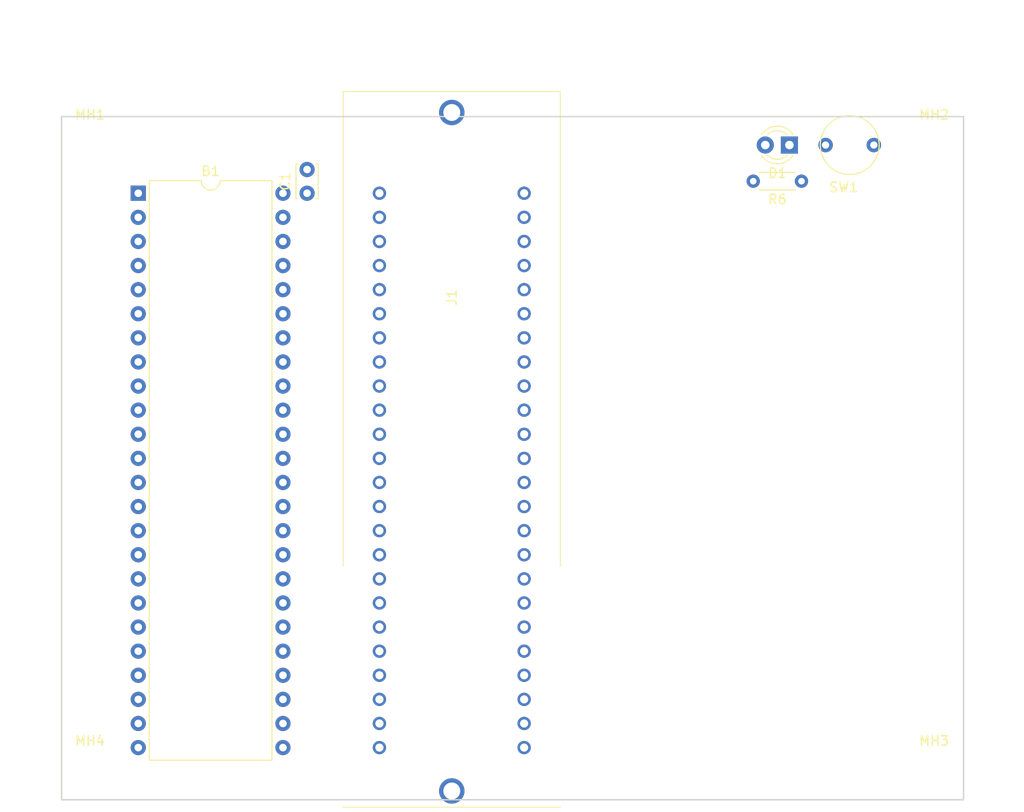
<source format=kicad_pcb>
(kicad_pcb (version 20211014) (generator pcbnew)
  (layers (0 "F.Cu" signal) (31 "B.Cu" signal) (34 "B.Paste" user) (35 "F.Paste" user) (36 "B.SilkS" user "B.Silkscreen") (37 "F.SilkS" user "F.Silkscreen") (38 "B.Mask" user) (39 "F.Mask" user) (44 "Edge.Cuts" user))
  (net 0 "")
  (net 1 "VCC")
  (net 2 "+3V3")
  (net 3 "GND")
  (net 4 "Net-(D1-Pad1)")
  (net 5 "/P56")
  (net 6 "/P55")
  (net 7 "/P51")
  (net 8 "/P57")
  (net 9 "/P53")
  (net 10 "/P52")
  (net 11 "/P15")
  (net 12 "/P35")
  (net 13 "/P41")
  (net 14 "/P40")
  (net 15 "/P36")
  (net 16 "/P20")
  (net 17 "/P17")
  (net 18 "/P16")
  (net 19 "/P21")
  (net 20 "/P37")
  (net 21 "/P30")
  (net 22 "/P31")
  (net 23 "/P32")
  (net 24 "/P33")
  (net 25 "/P34")
  (net 26 "/P42")
  (net 27 "/P43")
  (net 28 "/P44")
  (net 29 "/P45")
  (net 30 "/P46")
  (net 31 "/P47")
  (net 32 "/P54")
  (net 33 "/P10")
  (net 34 "/P11")
  (net 35 "/P12")
  (net 36 "/P13")
  (net 37 "/P14")
  (net 38 "/P22")
  (net 39 "/P23")
  (net 40 "/P24")
  (net 41 "/P25")
  (net 42 "/P26")
  (net 43 "/P27")
  (net 44 "/P50")
  (net 45 "Net-(J1-Pad39)")
  (net 46 "Net-(J1-Pad10)")
  (net 47 "Net-(J1-Pad30)")
  (net 48 "Net-(J1-Pad19)")
  (footprint "MountingHole:MountingHole_2.2mm_M2" (layer "F.Cu") (at 189.9 70)
    (fp_text reference "MH2" (at 0 -3.2) (layer "F.SilkS"))
    (fp_text value "MountingHole_2.2mm_M2")
    (pad "" np_thru_hole circle locked (at 0 0) (size 2.2 2.2) (drill 2.2) (layers *.Cu *.Mask))
  )
  (footprint "MountingHole:MountingHole_2.2mm_M2" (layer "F.Cu") (at 189.9 136)
    (fp_text reference "MH3" (at 0 -3.2) (layer "F.SilkS"))
    (fp_text value "MountingHole_2.2mm_M2")
    (pad "" np_thru_hole circle locked (at 0 0) (size 2.2 2.2) (drill 2.2) (layers *.Cu *.Mask))
  )
  (footprint "MountingHole:MountingHole_2.2mm_M2" (layer "F.Cu") (at 101 136)
    (fp_text reference "MH4" (at 0 -3.2) (layer "F.SilkS"))
    (fp_text value "MountingHole_2.2mm_M2")
    (pad "" np_thru_hole circle locked (at 0 0) (size 2.2 2.2) (drill 2.2) (layers *.Cu *.Mask))
  )
  (footprint "MountingHole:MountingHole_2.2mm_M2" (layer "F.Cu") (at 101 70)
    (fp_text reference "MH1" (at 0 -3.2) (layer "F.SilkS"))
    (fp_text value "MountingHole_2.2mm_M2")
    (pad "" np_thru_hole circle locked (at 0 0) (size 2.2 2.2) (drill 2.2) (layers *.Cu *.Mask))
  )
  (footprint "Capacitor_THT:C_Disc_D3.4mm_W2.1mm_P2.50mm" (layer "F.Cu") (at 123.86 75.08 90)
    (fp_text reference "C1" (at 1.25 -2.3 90) (layer "F.SilkS"))
    (fp_text value "0.1u")
    (fp_line (start -0.57 -1.17) (end -0.57 -0.925) (layer "F.SilkS") (width 0.12))
    (fp_line (start -0.57 1.17) (end 3.07 1.17) (layer "F.SilkS") (width 0.12))
    (fp_line (start 3.07 -1.17) (end 3.07 -0.925) (layer "F.SilkS") (width 0.12))
    (fp_line (start -0.57 0.925) (end -0.57 1.17) (layer "F.SilkS") (width 0.12))
    (fp_line (start -0.57 -1.17) (end 3.07 -1.17) (layer "F.SilkS") (width 0.12))
    (fp_line (start 3.07 0.925) (end 3.07 1.17) (layer "F.SilkS") (width 0.12))
    (pad "1" thru_hole circle locked (at 0 0 90) (size 1.6 1.6) (drill 0.8) (layers *.Cu *.Mask) (net 1 "VCC"))
    (pad "2" thru_hole circle locked (at 2.5 0 90) (size 1.6 1.6) (drill 0.8) (layers *.Cu *.Mask) (net 3 "GND"))
  )
  (footprint "Resistor_THT:R_Axial_DIN0204_L3.6mm_D1.6mm_P5.08mm_Horizontal" (layer "F.Cu") (at 175.93 73.81 180)
    (fp_text reference "R6" (at 2.54 -1.92) (layer "F.SilkS"))
    (fp_text value "560")
    (fp_line (start 0.62 -0.92) (end 4.46 -0.92) (layer "F.SilkS") (width 0.12))
    (fp_line (start 0.62 0.92) (end 4.46 0.92) (layer "F.SilkS") (width 0.12))
    (pad "1" thru_hole circle locked (at 0 0 180) (size 1.4 1.4) (drill 0.7) (layers *.Cu *.Mask) (net 4 "Net-(D1-Pad1)"))
    (pad "2" thru_hole oval locked (at 5.08 0 180) (size 1.4 1.4) (drill 0.7) (layers *.Cu *.Mask) (net 8 "/P57"))
  )
  (footprint "Package_DIP:DIP-48_W15.24mm" (layer "F.Cu") (at 106.08 75.08)
    (fp_text reference "B1" (at 7.62 -2.33) (layer "F.SilkS"))
    (fp_text value "Teensy3.5")
    (fp_line (start 6.62 -1.33) (end 1.16 -1.33) (layer "F.SilkS") (width 0.12))
    (fp_line (start 14.08 59.75) (end 14.08 -1.33) (layer "F.SilkS") (width 0.12))
    (fp_line (start 1.16 59.75) (end 14.08 59.75) (layer "F.SilkS") (width 0.12))
    (fp_line (start 1.16 -1.33) (end 1.16 59.75) (layer "F.SilkS") (width 0.12))
    (fp_line (start 14.08 -1.33) (end 8.62 -1.33) (layer "F.SilkS") (width 0.12))
    (fp_arc (start 8.62 -1.33) (mid 7.62 -0.33) (end 6.62 -1.33) (layer "F.SilkS") (width 0.12))
    (pad "1" thru_hole rect locked (at 0 0) (size 1.6 1.6) (drill 0.8) (layers *.Cu *.Mask) (net 3 "GND"))
    (pad "2" thru_hole oval locked (at 0 2.54) (size 1.6 1.6) (drill 0.8) (layers *.Cu *.Mask) (net 28 "/P44"))
    (pad "3" thru_hole oval locked (at 0 5.08) (size 1.6 1.6) (drill 0.8) (layers *.Cu *.Mask) (net 29 "/P45"))
    (pad "4" thru_hole oval locked (at 0 7.62) (size 1.6 1.6) (drill 0.8) (layers *.Cu *.Mask) (net 33 "/P10"))
    (pad "5" thru_hole oval locked (at 0 10.16) (size 1.6 1.6) (drill 0.8) (layers *.Cu *.Mask) (net 25 "/P34"))
    (pad "6" thru_hole oval locked (at 0 12.7) (size 1.6 1.6) (drill 0.8) (layers *.Cu *.Mask) (net 12 "/P35"))
    (pad "7" thru_hole oval locked (at 0 15.24) (size 1.6 1.6) (drill 0.8) (layers *.Cu *.Mask) (net 17 "/P17"))
    (pad "8" thru_hole oval locked (at 0 17.78) (size 1.6 1.6) (drill 0.8) (layers *.Cu *.Mask) (net 37 "/P14"))
    (pad "9" thru_hole oval locked (at 0 20.32) (size 1.6 1.6) (drill 0.8) (layers *.Cu *.Mask) (net 35 "/P12"))
    (pad "10" thru_hole oval locked (at 0 22.86) (size 1.6 1.6) (drill 0.8) (layers *.Cu *.Mask) (net 36 "/P13"))
    (pad "11" thru_hole oval locked (at 0 25.4) (size 1.6 1.6) (drill 0.8) (layers *.Cu *.Mask) (net 39 "/P23"))
    (pad "12" thru_hole oval locked (at 0 27.94) (size 1.6 1.6) (drill 0.8) (layers *.Cu *.Mask) (net 40 "/P24"))
    (pad "13" thru_hole oval locked (at 0 30.48) (size 1.6 1.6) (drill 0.8) (layers *.Cu *.Mask) (net 42 "/P26"))
    (pad "14" thru_hole oval locked (at 0 33.02) (size 1.6 1.6) (drill 0.8) (layers *.Cu *.Mask) (net 43 "/P27"))
    (pad "15" thru_hole oval locked (at 0 35.56) (size 1.6 1.6) (drill 0.8) (layers *.Cu *.Mask) (net 2 "+3V3"))
    (pad "16" thru_hole oval locked (at 0 38.1) (size 1.6 1.6) (drill 0.8) (layers *.Cu *.Mask) (net 10 "/P52"))
    (pad "17" thru_hole oval locked (at 0 40.64) (size 1.6 1.6) (drill 0.8) (layers *.Cu *.Mask) (net 9 "/P53"))
    (pad "18" thru_hole oval locked (at 0 43.18) (size 1.6 1.6) (drill 0.8) (layers *.Cu *.Mask) (net 15 "/P36"))
    (pad "19" thru_hole oval locked (at 0 45.72) (size 1.6 1.6) (drill 0.8) (layers *.Cu *.Mask) (net 20 "/P37"))
    (pad "20" thru_hole oval locked (at 0 48.26) (size 1.6 1.6) (drill 0.8) (layers *.Cu *.Mask) (net 32 "/P54"))
    (pad "21" thru_hole oval locked (at 0 50.8) (size 1.6 1.6) (drill 0.8) (layers *.Cu *.Mask) (net 30 "/P46"))
    (pad "22" thru_hole oval locked (at 0 53.34) (size 1.6 1.6) (drill 0.8) (layers *.Cu *.Mask) (net 31 "/P47"))
    (pad "23" thru_hole oval locked (at 0 55.88) (size 1.6 1.6) (drill 0.8) (layers *.Cu *.Mask) (net 5 "/P56"))
    (pad "24" thru_hole oval locked (at 0 58.42) (size 1.6 1.6) (drill 0.8) (layers *.Cu *.Mask) (net 8 "/P57"))
    (pad "25" thru_hole oval locked (at 15.24 58.42) (size 1.6 1.6) (drill 0.8) (layers *.Cu *.Mask) (net 44 "/P50"))
    (pad "26" thru_hole oval locked (at 15.24 55.88) (size 1.6 1.6) (drill 0.8) (layers *.Cu *.Mask) (net 7 "/P51"))
    (pad "27" thru_hole oval locked (at 15.24 53.34) (size 1.6 1.6) (drill 0.8) (layers *.Cu *.Mask) (net 21 "/P30"))
    (pad "28" thru_hole oval locked (at 15.24 50.8) (size 1.6 1.6) (drill 0.8) (layers *.Cu *.Mask) (net 22 "/P31"))
    (pad "29" thru_hole oval locked (at 15.24 48.26) (size 1.6 1.6) (drill 0.8) (layers *.Cu *.Mask) (net 23 "/P32"))
    (pad "30" thru_hole oval locked (at 15.24 45.72) (size 1.6 1.6) (drill 0.8) (layers *.Cu *.Mask) (net 24 "/P33"))
    (pad "31" thru_hole oval locked (at 15.24 43.18) (size 1.6 1.6) (drill 0.8) (layers *.Cu *.Mask) (net 6 "/P55"))
    (pad "32" thru_hole oval locked (at 15.24 40.64) (size 1.6 1.6) (drill 0.8) (layers *.Cu *.Mask) (net 3 "GND"))
    (pad "33" thru_hole oval locked (at 15.24 38.1) (size 1.6 1.6) (drill 0.8) (layers *.Cu *.Mask))
    (pad "34" thru_hole oval locked (at 15.24 35.56) (size 1.6 1.6) (drill 0.8) (layers *.Cu *.Mask) (net 3 "GND"))
    (pad "35" thru_hole oval locked (at 15.24 33.02) (size 1.6 1.6) (drill 0.8) (layers *.Cu *.Mask) (net 41 "/P25"))
    (pad "36" thru_hole oval locked (at 15.24 30.48) (size 1.6 1.6) (drill 0.8) (layers *.Cu *.Mask) (net 34 "/P11"))
    (pad "37" thru_hole oval locked (at 15.24 27.94) (size 1.6 1.6) (drill 0.8) (layers *.Cu *.Mask) (net 16 "/P20"))
    (pad "38" thru_hole oval locked (at 15.24 25.4) (size 1.6 1.6) (drill 0.8) (layers *.Cu *.Mask) (net 14 "/P40"))
    (pad "39" thru_hole oval locked (at 15.24 22.86) (size 1.6 1.6) (drill 0.8) (layers *.Cu *.Mask) (net 13 "/P41"))
    (pad "40" thru_hole oval locked (at 15.24 20.32) (size 1.6 1.6) (drill 0.8) (layers *.Cu *.Mask) (net 27 "/P43"))
    (pad "41" thru_hole oval locked (at 15.24 17.78) (size 1.6 1.6) (drill 0.8) (layers *.Cu *.Mask) (net 26 "/P42"))
    (pad "42" thru_hole oval locked (at 15.24 15.24) (size 1.6 1.6) (drill 0.8) (layers *.Cu *.Mask) (net 11 "/P15"))
    (pad "43" thru_hole oval locked (at 15.24 12.7) (size 1.6 1.6) (drill 0.8) (layers *.Cu *.Mask) (net 18 "/P16"))
    (pad "44" thru_hole oval locked (at 15.24 10.16) (size 1.6 1.6) (drill 0.8) (layers *.Cu *.Mask) (net 19 "/P21"))
    (pad "45" thru_hole oval locked (at 15.24 7.62) (size 1.6 1.6) (drill 0.8) (layers *.Cu *.Mask) (net 38 "/P22"))
    (pad "46" thru_hole oval locked (at 15.24 5.08) (size 1.6 1.6) (drill 0.8) (layers *.Cu *.Mask) (net 2 "+3V3"))
    (pad "47" thru_hole oval locked (at 15.24 2.54) (size 1.6 1.6) (drill 0.8) (layers *.Cu *.Mask))
    (pad "48" thru_hole oval locked (at 15.24 0) (size 1.6 1.6) (drill 0.8) (layers *.Cu *.Mask) (net 1 "VCC"))
  )
  (footprint "0-LocalLibrary:Tact_SW_6x6mm" (layer "F.Cu") (at 181.01 70 180)
    (fp_text reference "SW1" (at 0.635 -4.445) (layer "F.SilkS"))
    (fp_text value "Tact_SW")
    (fp_circle (center 0 0) (end 3.1 0) (layer "F.SilkS") (width 0.12) (fill none))
    (pad "1" thru_hole circle locked (at -2.54 0 180) (size 1.524 1.524) (drill 0.762) (layers *.Cu *.Mask) (net 5 "/P56"))
    (pad "2" thru_hole circle locked (at 2.54 0 180) (size 1.524 1.524) (drill 0.762) (layers *.Cu *.Mask) (net 3 "GND"))
  )
  (footprint "LED_THT:LED_D3.0mm" (layer "F.Cu") (at 174.66 70 180)
    (fp_text reference "D1" (at 1.27 -2.96) (layer "F.SilkS"))
    (fp_text value "OSYL3131P")
    (fp_line (start -0.29 1.08) (end -0.29 1.236) (layer "F.SilkS") (width 0.12))
    (fp_line (start -0.29 -1.236) (end -0.29 -1.08) (layer "F.SilkS") (width 0.12))
    (fp_arc (start 2.942335 1.078608) (mid 1.366487 1.987659) (end -0.29 1.235516) (layer "F.SilkS") (width 0.12))
    (fp_arc (start 0.229039 -1.08) (mid 1.270117 -1.5) (end 2.31113 -1.079837) (layer "F.SilkS") (width 0.12))
    (fp_arc (start 2.31113 1.079837) (mid 1.270117 1.5) (end 0.229039 1.08) (layer "F.SilkS") (width 0.12))
    (fp_arc (start -0.29 -1.235516) (mid 1.366487 -1.987659) (end 2.942335 -1.078608) (layer "F.SilkS") (width 0.12))
    (pad "1" thru_hole rect locked (at 0 0 180) (size 1.8 1.8) (drill 0.9) (layers *.Cu *.Mask) (net 4 "Net-(D1-Pad1)"))
    (pad "2" thru_hole circle locked (at 2.54 0 180) (size 1.8 1.8) (drill 0.9) (layers *.Cu *.Mask) (net 1 "VCC"))
  )
  (footprint "0-LocalLibrary:Aries_ZIF_socket_DIP-48-pin" (layer "F.Cu") (at 139.1 89.05)
    (fp_text reference "J1" (at 0 -2.985 90) (layer "F.SilkS"))
    (fp_text value "Bionic_ZIF_Socket_48pin" hide)
    (fp_line (start 11.43 -24.69) (end 11.43 25.33) (layer "F.SilkS") (width 0.1))
    (fp_line (start -11.43 25.33) (end -11.43 -24.69) (layer "F.SilkS") (width 0.1))
    (fp_line (start -11.43 -24.69) (end 11.43 -24.69) (layer "F.SilkS") (width 0.1))
    (fp_line (start 11.43 50.73) (end -11.43 50.73) (layer "F.SilkS") (width 0.1))
    (pad "1" thru_hole circle locked (at -7.62 -13.97 90) (size 1.403 1.403) (drill 0.8636) (layers *.Cu *.Mask) (net 3 "GND"))
    (pad "2" thru_hole circle locked (at -7.62 -11.43 90) (size 1.403 1.403) (drill 0.8636) (layers *.Cu *.Mask) (net 33 "/P10"))
    (pad "3" thru_hole circle locked (at -7.62 -8.89 90) (size 1.403 1.403) (drill 0.8636) (layers *.Cu *.Mask) (net 34 "/P11"))
    (pad "4" thru_hole circle locked (at -7.62 -6.35 90) (size 1.403 1.403) (drill 0.8636) (layers *.Cu *.Mask) (net 35 "/P12"))
    (pad "5" thru_hole circle locked (at -7.62 -3.81 90) (size 1.403 1.403) (drill 0.8636) (layers *.Cu *.Mask) (net 36 "/P13"))
    (pad "6" thru_hole circle locked (at -7.62 -1.27 90) (size 1.403 1.403) (drill 0.8636) (layers *.Cu *.Mask) (net 37 "/P14"))
    (pad "7" thru_hole circle locked (at -7.62 1.27 90) (size 1.403 1.403) (drill 0.8636) (layers *.Cu *.Mask) (net 11 "/P15"))
    (pad "8" thru_hole circle locked (at -7.62 3.81 90) (size 1.403 1.403) (drill 0.8636) (layers *.Cu *.Mask) (net 18 "/P16"))
    (pad "9" thru_hole circle locked (at -7.62 6.35 90) (size 1.403 1.403) (drill 0.8636) (layers *.Cu *.Mask) (net 17 "/P17"))
    (pad "10" thru_hole circle locked (at -7.62 8.89 90) (size 1.403 1.403) (drill 0.8636) (layers *.Cu *.Mask) (net 46 "Net-(J1-Pad10)"))
    (pad "11" thru_hole circle locked (at -7.62 11.43 90) (size 1.403 1.403) (drill 0.8636) (layers *.Cu *.Mask) (net 21 "/P30"))
    (pad "12" thru_hole circle locked (at -7.62 13.97 90) (size 1.403 1.403) (drill 0.8636) (layers *.Cu *.Mask) (net 22 "/P31"))
    (pad "13" thru_hole circle locked (at -7.62 16.51 90) (size 1.403 1.403) (drill 0.8636) (layers *.Cu *.Mask) (net 23 "/P32"))
    (pad "14" thru_hole circle locked (at -7.62 19.05 90) (size 1.403 1.403) (drill 0.8636) (layers *.Cu *.Mask) (net 24 "/P33"))
    (pad "15" thru_hole circle locked (at -7.62 21.59 90) (size 1.403 1.403) (drill 0.8636) (layers *.Cu *.Mask) (net 25 "/P34"))
    (pad "16" thru_hole circle locked (at -7.62 24.13 90) (size 1.403 1.403) (drill 0.8636) (layers *.Cu *.Mask) (net 12 "/P35"))
    (pad "17" thru_hole circle locked (at -7.62 26.67 90) (size 1.403 1.403) (drill 0.8636) (layers *.Cu *.Mask) (net 15 "/P36"))
    (pad "18" thru_hole circle locked (at -7.62 29.21 90) (size 1.403 1.403) (drill 0.8636) (layers *.Cu *.Mask) (net 20 "/P37"))
    (pad "19" thru_hole circle locked (at -7.62 31.75 90) (size 1.403 1.403) (drill 0.8636) (layers *.Cu *.Mask) (net 48 "Net-(J1-Pad19)"))
    (pad "20" thru_hole circle locked (at -7.62 34.29 90) (size 1.403 1.403) (drill 0.8636) (layers *.Cu *.Mask) (net 44 "/P50"))
    (pad "21" thru_hole circle locked (at -7.62 36.83 90) (size 1.403 1.403) (drill 0.8636) (layers *.Cu *.Mask) (net 7 "/P51"))
    (pad "22" thru_hole circle locked (at -7.62 39.37 90) (size 1.403 1.403) (drill 0.8636) (layers *.Cu *.Mask) (net 10 "/P52"))
    (pad "23" thru_hole circle locked (at -7.62 41.91 90) (size 1.403 1.403) (drill 0.8636) (layers *.Cu *.Mask) (net 9 "/P53"))
    (pad "24" thru_hole circle locked (at -7.62 44.45 90) (size 1.403 1.403) (drill 0.8636) (layers *.Cu *.Mask) (net 1 "VCC"))
    (pad "25" thru_hole circle locked (at 7.62 44.45 90) (size 1.403 1.403) (drill 0.8636) (layers *.Cu *.Mask) (net 1 "VCC"))
    (pad "26" thru_hole circle locked (at 7.62 41.91 90) (size 1.403 1.403) (drill 0.8636) (layers *.Cu *.Mask) (net 8 "/P57"))
    (pad "27" thru_hole circle locked (at 7.62 39.37 90) (size 1.403 1.403) (drill 0.8636) (layers *.Cu *.Mask) (net 5 "/P56"))
    (pad "28" thru_hole circle locked (at 7.62 36.83 90) (size 1.403 1.403) (drill 0.8636) (layers *.Cu *.Mask) (net 6 "/P55"))
    (pad "29" thru_hole circle locked (at 7.62 34.29 90) (size 1.403 1.403) (drill 0.8636) (layers *.Cu *.Mask) (net 32 "/P54"))
    (pad "30" thru_hole circle locked (at 7.62 31.75 90) (size 1.403 1.403) (drill 0.8636) (layers *.Cu *.Mask) (net 47 "Net-(J1-Pad30)"))
    (pad "31" thru_hole circle locked (at 7.62 29.21 90) (size 1.403 1.403) (drill 0.8636) (layers *.Cu *.Mask) (net 31 "/P47"))
    (pad "32" thru_hole circle locked (at 7.62 26.67 90) (size 1.403 1.403) (drill 0.8636) (layers *.Cu *.Mask) (net 30 "/P46"))
    (pad "33" thru_hole circle locked (at 7.62 24.13 90) (size 1.403 1.403) (drill 0.8636) (layers *.Cu *.Mask) (net 29 "/P45"))
    (pad "34" thru_hole circle locked (at 7.62 21.59 90) (size 1.403 1.403) (drill 0.8636) (layers *.Cu *.Mask) (net 28 "/P44"))
    (pad "35" thru_hole circle locked (at 7.62 19.05 90) (size 1.403 1.403) (drill 0.8636) (layers *.Cu *.Mask) (net 27 "/P43"))
    (pad "36" thru_hole circle locked (at 7.62 16.51 90) (size 1.403 1.403) (drill 0.8636) (layers *.Cu *.Mask) (net 26 "/P42"))
    (pad "37" thru_hole circle locked (at 7.62 13.97 90) (size 1.403 1.403) (drill 0.8636) (layers *.Cu *.Mask) (net 13 "/P41"))
    (pad "38" thru_hole circle locked (at 7.62 11.43 90) (size 1.403 1.403) (drill 0.8636) (layers *.Cu *.Mask) (net 14 "/P40"))
    (pad "39" thru_hole circle locked (at 7.62 8.89 90) (size 1.403 1.403) (drill 0.8636) (layers *.Cu *.Mask) (net 45 "Net-(J1-Pad39)"))
    (pad "40" thru_hole circle locked (at 7.62 6.35 90) (size 1.403 1.403) (drill 0.8636) (layers *.Cu *.Mask) (net 43 "/P27"))
    (pad "41" thru_hole circle locked (at 7.62 3.81 90) (size 1.403 1.403) (drill 0.8636) (layers *.Cu *.Mask) (net 42 "/P26"))
    (pad "42" thru_hole circle locked (at 7.62 1.27 90) (size 1.403 1.403) (drill 0.8636) (layers *.Cu *.Mask) (net 41 "/P25"))
    (pad "43" thru_hole circle locked (at 7.62 -1.27 90) (size 1.403 1.403) (drill 0.8636) (layers *.Cu *.Mask) (net 40 "/P24"))
    (pad "44" thru_hole circle locked (at 7.62 -3.81 90) (size 1.403 1.403) (drill 0.8636) (layers *.Cu *.Mask) (net 39 "/P23"))
    (pad "45" thru_hole circle locked (at 7.62 -6.35 90) (size 1.403 1.403) (drill 0.8636) (layers *.Cu *.Mask) (net 38 "/P22"))
    (pad "46" thru_hole circle locked (at 7.62 -8.89 90) (size 1.403 1.403) (drill 0.8636) (layers *.Cu *.Mask) (net 19 "/P21"))
    (pad "47" thru_hole circle locked (at 7.62 -11.43 90) (size 1.403 1.403) (drill 0.8636) (layers *.Cu *.Mask) (net 16 "/P20"))
    (pad "48" thru_hole circle locked (at 7.62 -13.97 90) (size 1.403 1.403) (drill 0.8636) (layers *.Cu *.Mask) (net 3 "GND"))
    (pad "MH1" thru_hole circle locked (at 0 49.02 90) (size 2.67 2.67) (drill 1.78) (layers *.Cu *.Mask))
    (pad "MH2" thru_hole circle locked (at 0 -22.48 90) (size 2.67 2.67) (drill 1.78) (layers *.Cu *.Mask))
  )
  (gr_line (start 98 139) (end 98 67) (layer "Edge.Cuts") (width 0.15))
  (gr_line (start 98 67) (end 193 67) (layer "Edge.Cuts") (width 0.15))
  (gr_line (start 193 139) (end 98 139) (layer "Edge.Cuts") (width 0.15))
  (gr_line (start 193 67) (end 193 139) (layer "Edge.Cuts") (width 0.15))
)
</source>
